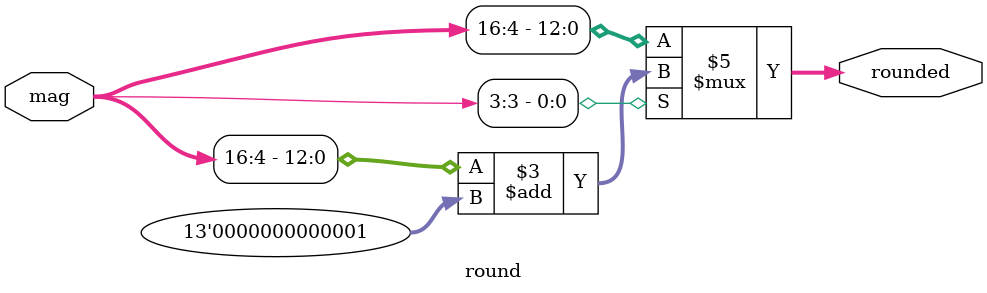
<source format=sv>
`timescale 1ns / 1ps


module round(input logic [16:0] mag, output logic [12:0] rounded );

always_comb
    begin
         if(mag[3]== 1'd1)
            begin
                rounded = mag[16:4] + 13'd1;
            end
         else
         
             begin
                 rounded = mag[16:4];
              end
     end

endmodule

</source>
